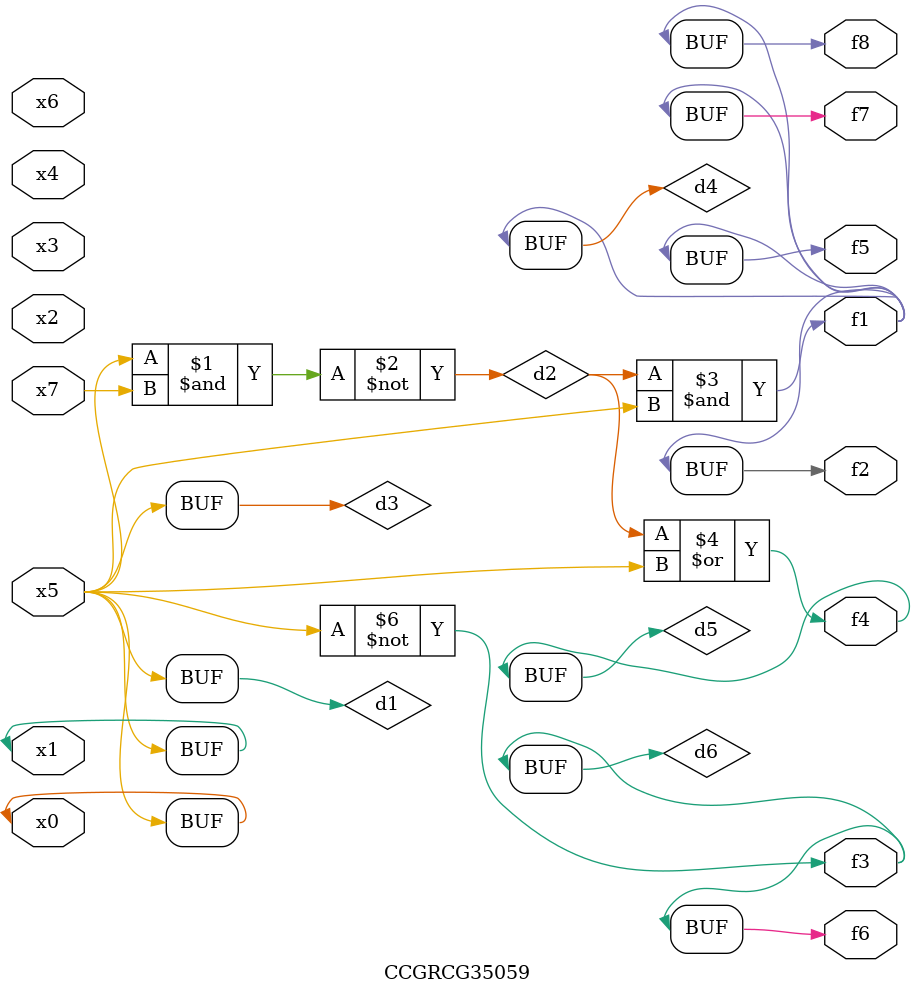
<source format=v>
module CCGRCG35059(
	input x0, x1, x2, x3, x4, x5, x6, x7,
	output f1, f2, f3, f4, f5, f6, f7, f8
);

	wire d1, d2, d3, d4, d5, d6;

	buf (d1, x0, x5);
	nand (d2, x5, x7);
	buf (d3, x0, x1);
	and (d4, d2, d3);
	or (d5, d2, d3);
	nor (d6, d1, d3);
	assign f1 = d4;
	assign f2 = d4;
	assign f3 = d6;
	assign f4 = d5;
	assign f5 = d4;
	assign f6 = d6;
	assign f7 = d4;
	assign f8 = d4;
endmodule

</source>
